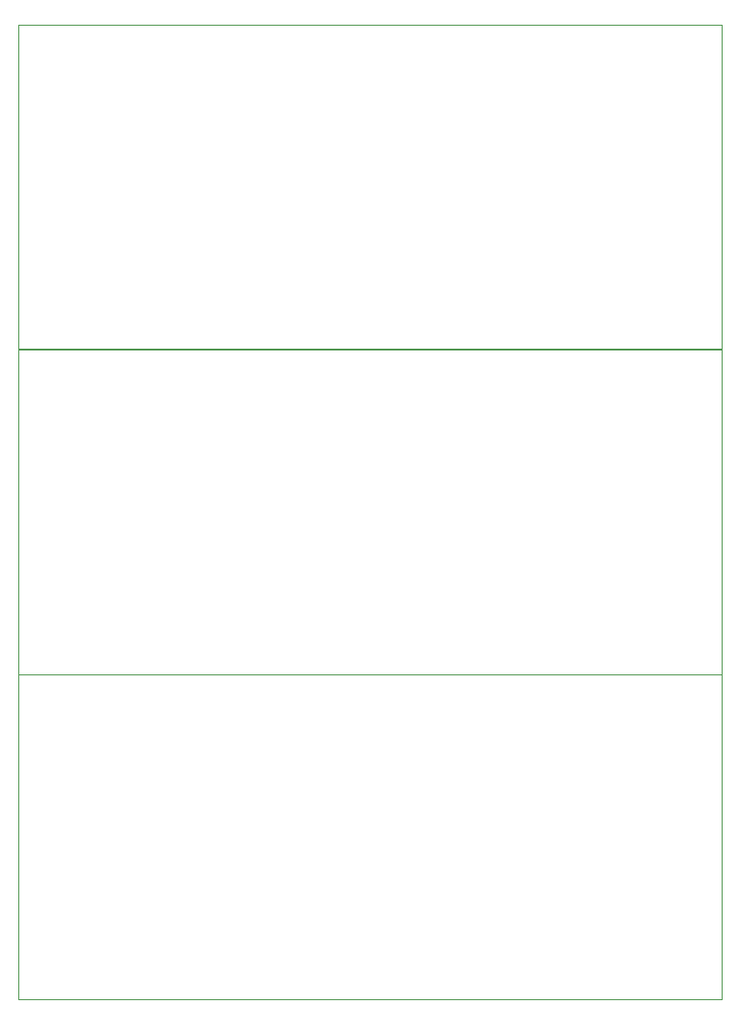
<source format=gbr>
G04 #@! TF.GenerationSoftware,KiCad,Pcbnew,5.1.5-52549c5~86~ubuntu18.04.1*
G04 #@! TF.CreationDate,2020-08-28T13:52:30-05:00*
G04 #@! TF.ProjectId,,58585858-5858-4585-9858-585858585858,rev?*
G04 #@! TF.SameCoordinates,Original*
G04 #@! TF.FileFunction,Profile,NP*
%FSLAX46Y46*%
G04 Gerber Fmt 4.6, Leading zero omitted, Abs format (unit mm)*
G04 Created by KiCad (PCBNEW 5.1.5-52549c5~86~ubuntu18.04.1) date 2020-08-28 13:52:30*
%MOMM*%
%LPD*%
G04 APERTURE LIST*
%ADD10C,0.050000*%
G04 APERTURE END LIST*
D10*
X98574200Y-116505800D02*
X98574200Y-146465800D01*
X98574200Y-86505800D02*
X98574200Y-116465800D01*
X98574200Y-116505800D02*
X163574200Y-116505800D01*
X98574200Y-86505800D02*
X163574200Y-86505800D01*
X98574200Y-146465800D02*
X163574200Y-146465800D01*
X98574200Y-116465800D02*
X163574200Y-116465800D01*
X163574200Y-116505800D02*
X163574200Y-146465800D01*
X163574200Y-86505800D02*
X163574200Y-116465800D01*
X98574200Y-86465800D02*
X163574200Y-86465800D01*
X163574200Y-56505800D02*
X163574200Y-86465800D01*
X98574200Y-56505800D02*
X163574200Y-56505800D01*
X98574200Y-56505800D02*
X98574200Y-86465800D01*
M02*

</source>
